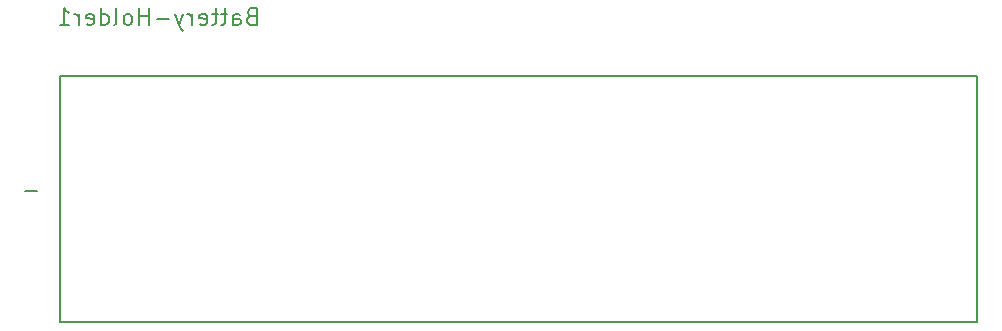
<source format=gbr>
%TF.GenerationSoftware,KiCad,Pcbnew,(7.0.0)*%
%TF.CreationDate,2023-03-21T11:43:25+02:00*%
%TF.ProjectId,EEE3088,45454533-3038-4382-9e6b-696361645f70,rev?*%
%TF.SameCoordinates,Original*%
%TF.FileFunction,Legend,Bot*%
%TF.FilePolarity,Positive*%
%FSLAX46Y46*%
G04 Gerber Fmt 4.6, Leading zero omitted, Abs format (unit mm)*
G04 Created by KiCad (PCBNEW (7.0.0)) date 2023-03-21 11:43:25*
%MOMM*%
%LPD*%
G01*
G04 APERTURE LIST*
%ADD10C,0.150000*%
%ADD11C,0.127000*%
G04 APERTURE END LIST*
D10*
%TO.C,Battery-Holder1*%
X116029334Y-65313000D02*
X115829334Y-65379666D01*
X115829334Y-65379666D02*
X115762667Y-65446333D01*
X115762667Y-65446333D02*
X115696000Y-65579666D01*
X115696000Y-65579666D02*
X115696000Y-65779666D01*
X115696000Y-65779666D02*
X115762667Y-65913000D01*
X115762667Y-65913000D02*
X115829334Y-65979666D01*
X115829334Y-65979666D02*
X115962667Y-66046333D01*
X115962667Y-66046333D02*
X116496000Y-66046333D01*
X116496000Y-66046333D02*
X116496000Y-64646333D01*
X116496000Y-64646333D02*
X116029334Y-64646333D01*
X116029334Y-64646333D02*
X115896000Y-64713000D01*
X115896000Y-64713000D02*
X115829334Y-64779666D01*
X115829334Y-64779666D02*
X115762667Y-64913000D01*
X115762667Y-64913000D02*
X115762667Y-65046333D01*
X115762667Y-65046333D02*
X115829334Y-65179666D01*
X115829334Y-65179666D02*
X115896000Y-65246333D01*
X115896000Y-65246333D02*
X116029334Y-65313000D01*
X116029334Y-65313000D02*
X116496000Y-65313000D01*
X114496000Y-66046333D02*
X114496000Y-65313000D01*
X114496000Y-65313000D02*
X114562667Y-65179666D01*
X114562667Y-65179666D02*
X114696000Y-65113000D01*
X114696000Y-65113000D02*
X114962667Y-65113000D01*
X114962667Y-65113000D02*
X115096000Y-65179666D01*
X114496000Y-65979666D02*
X114629334Y-66046333D01*
X114629334Y-66046333D02*
X114962667Y-66046333D01*
X114962667Y-66046333D02*
X115096000Y-65979666D01*
X115096000Y-65979666D02*
X115162667Y-65846333D01*
X115162667Y-65846333D02*
X115162667Y-65713000D01*
X115162667Y-65713000D02*
X115096000Y-65579666D01*
X115096000Y-65579666D02*
X114962667Y-65513000D01*
X114962667Y-65513000D02*
X114629334Y-65513000D01*
X114629334Y-65513000D02*
X114496000Y-65446333D01*
X114029333Y-65113000D02*
X113496000Y-65113000D01*
X113829333Y-64646333D02*
X113829333Y-65846333D01*
X113829333Y-65846333D02*
X113762667Y-65979666D01*
X113762667Y-65979666D02*
X113629333Y-66046333D01*
X113629333Y-66046333D02*
X113496000Y-66046333D01*
X113229333Y-65113000D02*
X112696000Y-65113000D01*
X113029333Y-64646333D02*
X113029333Y-65846333D01*
X113029333Y-65846333D02*
X112962667Y-65979666D01*
X112962667Y-65979666D02*
X112829333Y-66046333D01*
X112829333Y-66046333D02*
X112696000Y-66046333D01*
X111696000Y-65979666D02*
X111829333Y-66046333D01*
X111829333Y-66046333D02*
X112096000Y-66046333D01*
X112096000Y-66046333D02*
X112229333Y-65979666D01*
X112229333Y-65979666D02*
X112296000Y-65846333D01*
X112296000Y-65846333D02*
X112296000Y-65313000D01*
X112296000Y-65313000D02*
X112229333Y-65179666D01*
X112229333Y-65179666D02*
X112096000Y-65113000D01*
X112096000Y-65113000D02*
X111829333Y-65113000D01*
X111829333Y-65113000D02*
X111696000Y-65179666D01*
X111696000Y-65179666D02*
X111629333Y-65313000D01*
X111629333Y-65313000D02*
X111629333Y-65446333D01*
X111629333Y-65446333D02*
X112296000Y-65579666D01*
X111029333Y-66046333D02*
X111029333Y-65113000D01*
X111029333Y-65379666D02*
X110962667Y-65246333D01*
X110962667Y-65246333D02*
X110896000Y-65179666D01*
X110896000Y-65179666D02*
X110762667Y-65113000D01*
X110762667Y-65113000D02*
X110629333Y-65113000D01*
X110296000Y-65113000D02*
X109962666Y-66046333D01*
X109629333Y-65113000D02*
X109962666Y-66046333D01*
X109962666Y-66046333D02*
X110096000Y-66379666D01*
X110096000Y-66379666D02*
X110162666Y-66446333D01*
X110162666Y-66446333D02*
X110296000Y-66513000D01*
X109095999Y-65513000D02*
X108029333Y-65513000D01*
X107362666Y-66046333D02*
X107362666Y-64646333D01*
X107362666Y-65313000D02*
X106562666Y-65313000D01*
X106562666Y-66046333D02*
X106562666Y-64646333D01*
X105695999Y-66046333D02*
X105829333Y-65979666D01*
X105829333Y-65979666D02*
X105895999Y-65913000D01*
X105895999Y-65913000D02*
X105962666Y-65779666D01*
X105962666Y-65779666D02*
X105962666Y-65379666D01*
X105962666Y-65379666D02*
X105895999Y-65246333D01*
X105895999Y-65246333D02*
X105829333Y-65179666D01*
X105829333Y-65179666D02*
X105695999Y-65113000D01*
X105695999Y-65113000D02*
X105495999Y-65113000D01*
X105495999Y-65113000D02*
X105362666Y-65179666D01*
X105362666Y-65179666D02*
X105295999Y-65246333D01*
X105295999Y-65246333D02*
X105229333Y-65379666D01*
X105229333Y-65379666D02*
X105229333Y-65779666D01*
X105229333Y-65779666D02*
X105295999Y-65913000D01*
X105295999Y-65913000D02*
X105362666Y-65979666D01*
X105362666Y-65979666D02*
X105495999Y-66046333D01*
X105495999Y-66046333D02*
X105695999Y-66046333D01*
X104429332Y-66046333D02*
X104562666Y-65979666D01*
X104562666Y-65979666D02*
X104629332Y-65846333D01*
X104629332Y-65846333D02*
X104629332Y-64646333D01*
X103295999Y-66046333D02*
X103295999Y-64646333D01*
X103295999Y-65979666D02*
X103429333Y-66046333D01*
X103429333Y-66046333D02*
X103695999Y-66046333D01*
X103695999Y-66046333D02*
X103829333Y-65979666D01*
X103829333Y-65979666D02*
X103895999Y-65913000D01*
X103895999Y-65913000D02*
X103962666Y-65779666D01*
X103962666Y-65779666D02*
X103962666Y-65379666D01*
X103962666Y-65379666D02*
X103895999Y-65246333D01*
X103895999Y-65246333D02*
X103829333Y-65179666D01*
X103829333Y-65179666D02*
X103695999Y-65113000D01*
X103695999Y-65113000D02*
X103429333Y-65113000D01*
X103429333Y-65113000D02*
X103295999Y-65179666D01*
X102095999Y-65979666D02*
X102229332Y-66046333D01*
X102229332Y-66046333D02*
X102495999Y-66046333D01*
X102495999Y-66046333D02*
X102629332Y-65979666D01*
X102629332Y-65979666D02*
X102695999Y-65846333D01*
X102695999Y-65846333D02*
X102695999Y-65313000D01*
X102695999Y-65313000D02*
X102629332Y-65179666D01*
X102629332Y-65179666D02*
X102495999Y-65113000D01*
X102495999Y-65113000D02*
X102229332Y-65113000D01*
X102229332Y-65113000D02*
X102095999Y-65179666D01*
X102095999Y-65179666D02*
X102029332Y-65313000D01*
X102029332Y-65313000D02*
X102029332Y-65446333D01*
X102029332Y-65446333D02*
X102695999Y-65579666D01*
X101429332Y-66046333D02*
X101429332Y-65113000D01*
X101429332Y-65379666D02*
X101362666Y-65246333D01*
X101362666Y-65246333D02*
X101295999Y-65179666D01*
X101295999Y-65179666D02*
X101162666Y-65113000D01*
X101162666Y-65113000D02*
X101029332Y-65113000D01*
X99829332Y-66046333D02*
X100629332Y-66046333D01*
X100229332Y-66046333D02*
X100229332Y-64646333D01*
X100229332Y-64646333D02*
X100362665Y-64846333D01*
X100362665Y-64846333D02*
X100495999Y-64979666D01*
X100495999Y-64979666D02*
X100629332Y-65046333D01*
X97934332Y-80118000D02*
X96867666Y-80118000D01*
D11*
X99826000Y-70322000D02*
X177526000Y-70322000D01*
X99826000Y-91222000D02*
X99826000Y-70322000D01*
X177526000Y-70322000D02*
X177526000Y-91222000D01*
X177526000Y-91222000D02*
X99826000Y-91222000D01*
%TD*%
M02*

</source>
